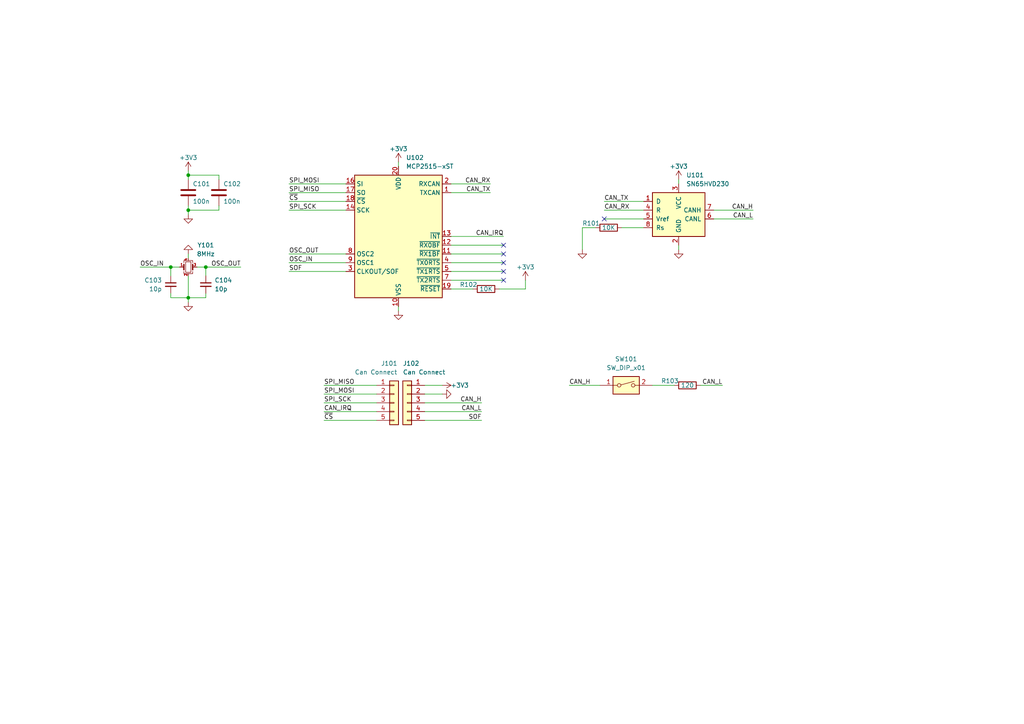
<source format=kicad_sch>
(kicad_sch (version 20230121) (generator eeschema)
  (paper "A4")
  (lib_symbols
    (symbol "Connector_Generic:Conn_01x05" (pin_names (offset 1.016) hide)
      (property "Reference" "J" (at 0 7.62 0))
      (property "Value" "Conn_01x05" (at 0 -7.62 0))
      (symbol "Conn_01x05_1_1"
        (rectangle (start -1.27 -4.953) (end 0 -5.207) (stroke (width 0.1524)))
        (rectangle (start -1.27 -2.413) (end 0 -2.667) (stroke (width 0.1524)))
        (rectangle (start -1.27 0.127) (end 0 -0.127) (stroke (width 0.1524)))
        (rectangle (start -1.27 2.667) (end 0 2.413) (stroke (width 0.1524)))
        (rectangle (start -1.27 5.207) (end 0 4.953) (stroke (width 0.1524)))
        (rectangle (start -1.27 6.35) (end 1.27 -6.35) (stroke (width 0.254)) (fill (type background)))
        (pin passive line (at -5.08 5.08 0) (length 3.81) (name "Pin_1") (number "1"))
        (pin passive line (at -5.08 2.54 0) (length 3.81) (name "Pin_2") (number "2"))
        (pin passive line (at -5.08 0 0) (length 3.81) (name "Pin_3") (number "3"))
        (pin passive line (at -5.08 -2.54 0) (length 3.81) (name "Pin_4") (number "4"))
        (pin passive line (at -5.08 -5.08 0) (length 3.81) (name "Pin_5") (number "5"))
      )
    )
    (symbol "Device:C" (pin_numbers hide) (pin_names (offset 0.254))
      (property "Reference" "C" (at 0.635 2.54 0))
      (property "Value" "C" (at 0.635 -2.54 0))
      (symbol "C_0_1"
        (polyline (pts (xy -2.032 -0.762) (xy 2.032 -0.762)) (stroke (width 0.508)))
        (polyline (pts (xy -2.032 0.762) (xy 2.032 0.762)) (stroke (width 0.508)))
      )
      (symbol "C_1_1"
        (pin passive line (at 0 3.81 270) (length 2.794) (name "~") (number "1"))
        (pin passive line (at 0 -3.81 90) (length 2.794) (name "~") (number "2"))
      )
    )
    (symbol "Device:C_Small" (pin_numbers hide) (pin_names (offset 0.254) hide)
      (property "Reference" "C" (at 0.254 1.778 0))
      (property "Value" "C_Small" (at 0.254 -2.032 0))
      (symbol "C_Small_0_1"
        (polyline (pts (xy -1.524 -0.508) (xy 1.524 -0.508)) (stroke (width 0.3302)))
        (polyline (pts (xy -1.524 0.508) (xy 1.524 0.508)) (stroke (width 0.3048)))
      )
      (symbol "C_Small_1_1"
        (pin passive line (at 0 2.54 270) (length 2.032) (name "~") (number "1"))
        (pin passive line (at 0 -2.54 90) (length 2.032) (name "~") (number "2"))
      )
    )
    (symbol "Device:Crystal_GND24_Small" (pin_names (offset 1.016) hide)
      (property "Reference" "Y" (at 1.27 4.445 0))
      (property "Value" "Crystal_GND24_Small" (at 1.27 2.54 0))
      (symbol "Crystal_GND24_Small_0_1"
        (rectangle (start -0.762 -1.524) (end 0.762 1.524))
        (polyline (pts (xy -1.27 -0.762) (xy -1.27 0.762)) (stroke (width 0.381)))
        (polyline (pts (xy 1.27 -0.762) (xy 1.27 0.762)) (stroke (width 0.381)))
        (polyline (pts (xy -1.27 -1.27) (xy -1.27 -1.905) (xy 1.27 -1.905) (xy 1.27 -1.27)))
        (polyline (pts (xy -1.27 1.27) (xy -1.27 1.905) (xy 1.27 1.905) (xy 1.27 1.27)))
      )
      (symbol "Crystal_GND24_Small_1_1"
        (pin passive line (at -2.54 0 0) (length 1.27) (name "1") (number "1"))
        (pin passive line (at 0 -2.54 90) (length 0.635) (name "2") (number "2"))
        (pin passive line (at 2.54 0 180) (length 1.27) (name "3") (number "3"))
        (pin passive line (at 0 2.54 270) (length 0.635) (name "4") (number "4"))
      )
    )
    (symbol "Device:R" (pin_numbers hide) (pin_names (offset 0))
      (property "Reference" "R" (at 2.032 0 90))
      (property "Value" "R" (at 0 0 90))
      (symbol "R_0_1"
        (rectangle (start -1.016 -2.54) (end 1.016 2.54) (stroke (width 0.254)))
      )
      (symbol "R_1_1"
        (pin passive line (at 0 3.81 270) (length 1.27) (name "~") (number "1"))
        (pin passive line (at 0 -3.81 90) (length 1.27) (name "~") (number "2"))
      )
    )
    (symbol "Interface_CAN_LIN:MCP2515-xST"
      (property "Reference" "U" (at -10.16 19.685 0))
      (property "Value" "MCP2515-xST" (at 19.05 20.32 0))
      (symbol "MCP2515-xST_0_1"
        (rectangle (start -12.7 17.78) (end 12.7 -17.78) (stroke (width 0.254)) (fill (type background)))
      )
      (symbol "MCP2515-xST_1_1"
        (pin output line (at 15.24 12.7 180) (length 2.54) (name "TXCAN") (number "1"))
        (pin power_in line (at 0 -20.32 90) (length 2.54) (name "VSS") (number "10"))
        (pin output line (at 15.24 -5.08 180) (length 2.54) (name "~{RX1BF}") (number "11"))
        (pin output line (at 15.24 -2.54 180) (length 2.54) (name "~{RX0BF}") (number "12"))
        (pin output line (at 15.24 0 180) (length 2.54) (name "~{INT}") (number "13"))
        (pin input line (at -15.24 7.62 0) (length 2.54) (name "SCK") (number "14"))
        (pin no_connect line (at -12.7 -2.54 0) (length 2.54) hide (name "NC") (number "15"))
        (pin input line (at -15.24 15.24 0) (length 2.54) (name "SI") (number "16"))
        (pin output line (at -15.24 12.7 0) (length 2.54) (name "SO") (number "17"))
        (pin input line (at -15.24 10.16 0) (length 2.54) (name "~{CS}") (number "18"))
        (pin input line (at 15.24 -15.24 180) (length 2.54) (name "~{RESET}") (number "19"))
        (pin input line (at 15.24 15.24 180) (length 2.54) (name "RXCAN") (number "2"))
        (pin power_in line (at 0 20.32 270) (length 2.54) (name "VDD") (number "20"))
        (pin output line (at -15.24 -10.16 0) (length 2.54) (name "CLKOUT/SOF") (number "3"))
        (pin input line (at 15.24 -7.62 180) (length 2.54) (name "~{TX0RTS}") (number "4"))
        (pin input line (at 15.24 -10.16 180) (length 2.54) (name "~{TX1RTS}") (number "5"))
        (pin no_connect line (at -12.7 0 0) (length 2.54) hide (name "NC") (number "6"))
        (pin input line (at 15.24 -12.7 180) (length 2.54) (name "~{TX2RTS}") (number "7"))
        (pin output line (at -15.24 -5.08 0) (length 2.54) (name "OSC2") (number "8"))
        (pin input line (at -15.24 -7.62 0) (length 2.54) (name "OSC1") (number "9"))
      )
    )
    (symbol "Interface_CAN_LIN:SN65HVD230" (pin_names (offset 1.016))
      (property "Reference" "U" (at -2.54 10.16 0))
      (property "Value" "SN65HVD230" (at -2.54 7.62 0))
      (symbol "SN65HVD230_0_1"
        (rectangle (start -7.62 5.08) (end 7.62 -7.62) (stroke (width 0.254)) (fill (type background)))
      )
      (symbol "SN65HVD230_1_1"
        (pin input line (at -10.16 2.54 0) (length 2.54) (name "D") (number "1"))
        (pin power_in line (at 0 -10.16 90) (length 2.54) (name "GND") (number "2"))
        (pin power_in line (at 0 7.62 270) (length 2.54) (name "VCC") (number "3"))
        (pin output line (at -10.16 0 0) (length 2.54) (name "R") (number "4"))
        (pin output line (at -10.16 -2.54 0) (length 2.54) (name "Vref") (number "5"))
        (pin bidirectional line (at 10.16 -2.54 180) (length 2.54) (name "CANL") (number "6"))
        (pin bidirectional line (at 10.16 0 180) (length 2.54) (name "CANH") (number "7"))
        (pin input line (at -10.16 -5.08 0) (length 2.54) (name "Rs") (number "8"))
      )
    )
    (symbol "Switch:SW_DIP_x01" (pin_names (offset 0) hide)
      (property "Reference" "SW" (at 0 3.81 0))
      (property "Value" "SW_DIP_x01" (at 0 -3.81 0))
      (symbol "SW_DIP_x01_0_0"
        (circle (center -2.032 0) (radius 0.508))
        (polyline (pts (xy -1.524 0.127) (xy 2.3622 1.1684)))
        (circle (center 2.032 0) (radius 0.508))
      )
      (symbol "SW_DIP_x01_0_1"
        (rectangle (start -3.81 2.54) (end 3.81 -2.54) (stroke (width 0.254)) (fill (type background)))
      )
      (symbol "SW_DIP_x01_1_1"
        (pin passive line (at -7.62 0 0) (length 5.08) (name "~") (number "1"))
        (pin passive line (at 7.62 0 180) (length 5.08) (name "~") (number "2"))
      )
    )
    (symbol "power:+3V3" (power) (pin_names (offset 0))
      (property "Value" "+3V3" (at 0 3.556 0))
      (symbol "+3V3_0_1"
        (polyline (pts (xy -0.762 1.27) (xy 0 2.54)))
        (polyline (pts (xy 0 0) (xy 0 2.54)))
        (polyline (pts (xy 0 2.54) (xy 0.762 1.27)))
      )
      (symbol "+3V3_1_1"
        (pin power_in line (at 0 0 90) (length 0) hide (name "+3V3") (number "1"))
      )
    )
    (symbol "power:GND" (power) (pin_names (offset 0))
      (property "Value" "GND" (at 0 -3.81 0))
      (symbol "GND_0_1"
        (polyline (pts (xy 0 0) (xy 0 -1.27) (xy 1.27 -1.27) (xy 0 -2.54) (xy -1.27 -1.27) (xy 0 -1.27)))
      )
      (symbol "GND_1_1"
        (pin power_in line (at 0 0 270) (length 0) hide (name "GND") (number "1"))
      )
    )
  )
  (junction (at 49.53 77.47))
  (junction (at 54.61 86.36))
  (junction (at 54.61 50.8))
  (junction (at 54.61 60.96))
  (junction (at 59.69 77.47))
  (no_connect (at 146.05 78.74))
  (no_connect (at 146.05 73.66))
  (no_connect (at 146.05 81.28))
  (no_connect (at 146.05 71.12))
  (no_connect (at 175.26 63.5))
  (no_connect (at 146.05 76.2))
  (wire (pts (xy 123.19 121.92) (xy 139.7 121.92)))
  (wire (pts (xy 49.53 85.09) (xy 49.53 86.36)))
  (wire (pts (xy 59.69 77.47) (xy 59.69 80.01)))
  (wire (pts (xy 168.91 66.04) (xy 168.91 72.39)))
  (wire (pts (xy 83.82 60.96) (xy 100.33 60.96)))
  (wire (pts (xy 115.57 46.99) (xy 115.57 48.26)))
  (wire (pts (xy 54.61 87.63) (xy 54.61 86.36)))
  (wire (pts (xy 144.78 83.82) (xy 152.4 83.82)))
  (wire (pts (xy 93.98 114.3) (xy 109.22 114.3)))
  (wire (pts (xy 93.98 119.38) (xy 109.22 119.38)))
  (wire (pts (xy 63.5 60.96) (xy 63.5 59.69)))
  (wire (pts (xy 93.98 111.76) (xy 109.22 111.76)))
  (wire (pts (xy 175.26 58.42) (xy 186.69 58.42)))
  (wire (pts (xy 83.82 78.74) (xy 100.33 78.74)))
  (wire (pts (xy 83.82 73.66) (xy 100.33 73.66)))
  (wire (pts (xy 59.69 86.36) (xy 59.69 85.09)))
  (wire (pts (xy 128.27 111.76) (xy 123.19 111.76)))
  (wire (pts (xy 83.82 76.2) (xy 100.33 76.2)))
  (wire (pts (xy 54.61 60.96) (xy 54.61 59.69)))
  (wire (pts (xy 49.53 77.47) (xy 49.53 80.01)))
  (wire (pts (xy 63.5 52.07) (xy 63.5 50.8)))
  (wire (pts (xy 165.1 111.76) (xy 173.99 111.76)))
  (wire (pts (xy 128.27 114.3) (xy 123.19 114.3)))
  (wire (pts (xy 54.61 73.66) (xy 54.61 74.93)))
  (wire (pts (xy 130.81 78.74) (xy 146.05 78.74)))
  (wire (pts (xy 93.98 121.92) (xy 109.22 121.92)))
  (wire (pts (xy 130.81 76.2) (xy 146.05 76.2)))
  (wire (pts (xy 54.61 50.8) (xy 63.5 50.8)))
  (wire (pts (xy 83.82 53.34) (xy 100.33 53.34)))
  (wire (pts (xy 54.61 50.8) (xy 54.61 52.07)))
  (wire (pts (xy 54.61 86.36) (xy 59.69 86.36)))
  (wire (pts (xy 54.61 60.96) (xy 63.5 60.96)))
  (wire (pts (xy 59.69 77.47) (xy 69.85 77.47)))
  (wire (pts (xy 130.81 53.34) (xy 142.24 53.34)))
  (wire (pts (xy 130.81 71.12) (xy 146.05 71.12)))
  (wire (pts (xy 57.15 77.47) (xy 59.69 77.47)))
  (wire (pts (xy 175.26 60.96) (xy 186.69 60.96)))
  (wire (pts (xy 180.34 66.04) (xy 186.69 66.04)))
  (wire (pts (xy 130.81 83.82) (xy 137.16 83.82)))
  (wire (pts (xy 123.19 116.84) (xy 139.7 116.84)))
  (wire (pts (xy 218.44 63.5) (xy 207.01 63.5)))
  (wire (pts (xy 83.82 55.88) (xy 100.33 55.88)))
  (wire (pts (xy 203.2 111.76) (xy 209.55 111.76)))
  (wire (pts (xy 130.81 73.66) (xy 146.05 73.66)))
  (wire (pts (xy 54.61 60.96) (xy 54.61 62.23)))
  (wire (pts (xy 175.26 63.5) (xy 186.69 63.5)))
  (wire (pts (xy 218.44 60.96) (xy 207.01 60.96)))
  (wire (pts (xy 168.91 66.04) (xy 172.72 66.04)))
  (wire (pts (xy 115.57 90.17) (xy 115.57 88.9)))
  (wire (pts (xy 152.4 83.82) (xy 152.4 81.28)))
  (wire (pts (xy 130.81 55.88) (xy 142.24 55.88)))
  (wire (pts (xy 54.61 49.53) (xy 54.61 50.8)))
  (wire (pts (xy 189.23 111.76) (xy 195.58 111.76)))
  (wire (pts (xy 196.85 71.12) (xy 196.85 72.39)))
  (wire (pts (xy 130.81 81.28) (xy 146.05 81.28)))
  (wire (pts (xy 93.98 116.84) (xy 109.22 116.84)))
  (wire (pts (xy 123.19 119.38) (xy 139.7 119.38)))
  (wire (pts (xy 83.82 58.42) (xy 100.33 58.42)))
  (wire (pts (xy 196.85 52.07) (xy 196.85 53.34)))
  (wire (pts (xy 49.53 77.47) (xy 52.07 77.47)))
  (wire (pts (xy 54.61 80.01) (xy 54.61 86.36)))
  (wire (pts (xy 49.53 86.36) (xy 54.61 86.36)))
  (wire (pts (xy 130.81 68.58) (xy 146.05 68.58)))
  (wire (pts (xy 40.64 77.47) (xy 49.53 77.47)))
  (label "CAN_RX" (at 175.26 60.96 0))
  (label "CAN_L" (at 218.44 63.5 180))
  (label "OSC_IN" (at 83.82 76.2 0))
  (label "SPI_MISO" (at 83.82 55.88 0))
  (label "CAN_L" (at 209.55 111.76 180))
  (label "SOF" (at 139.7 121.92 180))
  (label "CAN_TX" (at 175.26 58.42 0))
  (label "CAN_RX" (at 142.24 53.34 180))
  (label "OSC_OUT" (at 69.85 77.47 180))
  (label "SOF" (at 83.82 78.74 0))
  (label "CAN_TX" (at 142.24 55.88 180))
  (label "OSC_IN" (at 40.64 77.47 0))
  (label "SPI_MOSI" (at 83.82 53.34 0))
  (label "CAN_H" (at 139.7 116.84 180))
  (label "SPI_SCK" (at 93.98 116.84 0))
  (label "OSC_OUT" (at 83.82 73.66 0))
  (label "~{CS}" (at 93.98 121.92 0))
  (label "SPI_SCK" (at 83.82 60.96 0))
  (label "CAN_H" (at 165.1 111.76 0))
  (label "CAN_L" (at 139.7 119.38 180))
  (label "CAN_H" (at 218.44 60.96 180))
  (label "CAN_IRQ" (at 146.05 68.58 180))
  (label "SPI_MOSI" (at 93.98 114.3 0))
  (label "SPI_MISO" (at 93.98 111.76 0))
  (label "~{CS}" (at 83.82 58.42 0))
  (label "CAN_IRQ" (at 93.98 119.38 0))
  (symbol (lib_id "Device:C") (at 54.61 55.88 0) (unit 1)
    (property "Reference" "C101" (at 55.88 53.34 0) (effects (justify left)))
    (property "Value" "100n" (at 55.88 58.42 0) (effects (justify left)))
    (property "Footprint" "Capacitor_SMD:C_0402_1005Metric" (effects hide))
  )
  (symbol (lib_id "power:+3V3") (at 54.61 49.53 0) (unit 1)
    (property "Reference" "#PWR0101" (effects hide))
    (property "Value" "+3V3" (at 54.61 45.72 0))
  )
  (symbol (lib_id "power:GND") (at 168.91 72.39 0) (unit 1)
    (property "Reference" "#PWR0105" (effects hide))
    (property "Value" "GND" (effects hide))
  )
  (symbol (lib_id "Device:C_Small") (at 49.53 82.55 0) (unit 1)
    (property "Reference" "C103" (at 46.99 81.2863 0) (effects (justify right)))
    (property "Value" "10p" (at 46.99 83.8263 0) (effects (justify right)))
    (property "Footprint" "Capacitor_SMD:C_0402_1005Metric" (effects hide))
  )
  (symbol (lib_id "Device:R") (at 176.53 66.04 90) (unit 1)
    (property "Reference" "R101" (at 171.45 64.77 90))
    (property "Value" "10K" (at 176.53 66.04 90))
    (property "Footprint" "Resistor_SMD:R_0402_1005Metric" (effects hide))
  )
  (symbol (lib_id "Connector_Generic:Conn_01x05") (at 114.3 116.84 0) (unit 1)
    (property "Reference" "J101" (at 110.49 105.41 0) (effects (justify left)))
    (property "Value" "Can Connect" (at 102.87 107.95 0) (effects (justify left)))
    (property "Footprint" "Connector_PinHeader_2.54mm:PinHeader_1x05_P2.54mm_Vertical" (effects hide))
  )
  (symbol (lib_id "power:GND") (at 115.57 90.17 0) (unit 1)
    (property "Reference" "#PWR0108" (effects hide))
    (property "Value" "GND" (effects hide))
  )
  (symbol (lib_id "Interface_CAN_LIN:SN65HVD230") (at 196.85 60.96 0) (unit 1)
    (property "Reference" "U101" (at 199.0441 50.8 0) (effects (justify left)))
    (property "Value" "SN65HVD230" (at 199.0441 53.34 0) (effects (justify left)))
    (property "Footprint" "Package_SO:SOIC-8_3.9x4.9mm_P1.27mm" (effects hide))
    (property "Datasheet" "http://www.ti.com/lit/ds/symlink/sn65hvd230.pdf" (effects hide))
  )
  (symbol (lib_id "Device:Crystal_GND24_Small") (at 54.61 77.47 0) (unit 1)
    (property "Reference" "Y101" (at 59.69 71.12 0))
    (property "Value" "8MHz" (at 59.69 73.66 0))
    (property "Footprint" "Crystal:Crystal_SMD_3225-4Pin_3.2x2.5mm" (effects hide))
  )
  (symbol (lib_id "power:GND") (at 54.61 73.66 180) (unit 1)
    (property "Reference" "#PWR0110" (effects hide))
    (property "Value" "GND" (effects hide))
  )
  (symbol (lib_id "power:+3V3") (at 196.85 52.07 0) (unit 1)
    (property "Reference" "#PWR0104" (effects hide))
    (property "Value" "+3V3" (at 196.85 48.26 0))
  )
  (symbol (lib_id "power:+3V3") (at 115.57 46.99 0) (unit 1)
    (property "Reference" "#PWR0103" (effects hide))
    (property "Value" "+3V3" (at 115.57 43.18 0))
  )
  (symbol (lib_id "power:GND") (at 128.27 114.3 90) (unit 1)
    (property "Reference" "#PWR0112" (effects hide))
    (property "Value" "GND" (effects hide))
  )
  (symbol (lib_id "Connector_Generic:Conn_01x05") (at 118.11 116.84 0) (mirror y) (unit 1)
    (property "Reference" "J102" (at 116.84 105.41 0) (effects (justify right)))
    (property "Value" "Can Connect" (at 116.84 107.95 0) (effects (justify right)))
    (property "Footprint" "Connector_PinHeader_2.54mm:PinHeader_1x05_P2.54mm_Vertical" (effects hide))
  )
  (symbol (lib_id "Device:C_Small") (at 59.69 82.55 0) (mirror y) (unit 1)
    (property "Reference" "C104" (at 62.23 81.2863 0) (effects (justify right)))
    (property "Value" "10p" (at 62.23 83.8263 0) (effects (justify right)))
    (property "Footprint" "Capacitor_SMD:C_0402_1005Metric" (effects hide))
  )
  (symbol (lib_id "power:GND") (at 54.61 62.23 0) (unit 1)
    (property "Reference" "#PWR0102" (effects hide))
    (property "Value" "GND" (effects hide))
  )
  (symbol (lib_id "power:+3V3") (at 128.27 111.76 270) (unit 1)
    (property "Reference" "#PWR0111" (effects hide))
    (property "Value" "+3V3" (at 133.35 111.76 90))
  )
  (symbol (lib_id "Device:C") (at 63.5 55.88 0) (unit 1)
    (property "Reference" "C102" (at 64.77 53.34 0) (effects (justify left)))
    (property "Value" "100n" (at 64.77 58.42 0) (effects (justify left)))
    (property "Footprint" "Capacitor_SMD:C_0402_1005Metric" (effects hide))
  )
  (symbol (lib_id "Device:R") (at 199.39 111.76 90) (unit 1)
    (property "Reference" "R103" (at 194.31 110.49 90))
    (property "Value" "120" (at 199.39 111.76 90))
    (property "Footprint" "Resistor_SMD:R_0402_1005Metric" (effects hide))
  )
  (symbol (lib_id "Device:R") (at 140.97 83.82 90) (unit 1)
    (property "Reference" "R102" (at 135.89 82.55 90))
    (property "Value" "10K" (at 140.97 83.82 90))
    (property "Footprint" "Resistor_SMD:R_0402_1005Metric" (effects hide))
  )
  (symbol (lib_id "power:GND") (at 54.61 87.63 0) (unit 1)
    (property "Reference" "#PWR0109" (effects hide))
    (property "Value" "GND" (effects hide))
  )
  (symbol (lib_id "power:GND") (at 196.85 72.39 0) (unit 1)
    (property "Reference" "#PWR0106" (effects hide))
    (property "Value" "GND" (effects hide))
  )
  (symbol (lib_id "Switch:SW_DIP_x01") (at 181.61 111.76 0) (unit 1)
    (property "Reference" "SW101" (at 181.61 104.14 0))
    (property "Value" "SW_DIP_x01" (at 181.61 106.68 0))
    (property "Footprint" "Button_Switch_SMD:SW_DIP_SPSTx01_Slide_6.7x4.1mm_W6.73mm_P2.54mm_LowProfile_JPin" (effects hide))
  )
  (symbol (lib_id "Interface_CAN_LIN:MCP2515-xST") (at 115.57 68.58 0) (unit 1)
    (property "Reference" "U102" (at 117.7641 45.72 0) (effects (justify left)))
    (property "Value" "MCP2515-xST" (at 117.7641 48.26 0) (effects (justify left)))
    (property "Footprint" "Package_SO:TSSOP-20_4.4x6.5mm_P0.65mm" (effects hide))
    (property "Datasheet" "http://ww1.microchip.com/downloads/en/DeviceDoc/21801e.pdf" (effects hide))
  )
  (symbol (lib_id "power:+3V3") (at 152.4 81.28 0) (unit 1)
    (property "Reference" "#PWR0107" (effects hide))
    (property "Value" "+3V3" (at 152.4 77.47 0))
  )
)
</source>
